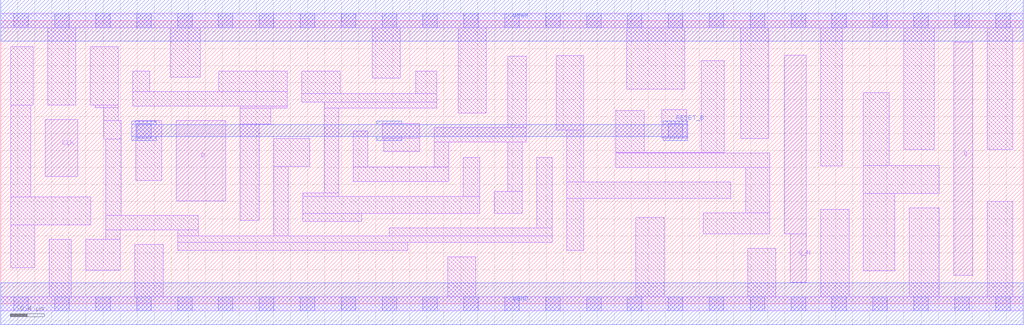
<source format=lef>
# Copyright 2020 The SkyWater PDK Authors
#
# Licensed under the Apache License, Version 2.0 (the "License");
# you may not use this file except in compliance with the License.
# You may obtain a copy of the License at
#
#     https://www.apache.org/licenses/LICENSE-2.0
#
# Unless required by applicable law or agreed to in writing, software
# distributed under the License is distributed on an "AS IS" BASIS,
# WITHOUT WARRANTIES OR CONDITIONS OF ANY KIND, either express or implied.
# See the License for the specific language governing permissions and
# limitations under the License.
#
# SPDX-License-Identifier: Apache-2.0

VERSION 5.7 ;
  NOWIREEXTENSIONATPIN ON ;
  DIVIDERCHAR "/" ;
  BUSBITCHARS "[]" ;
UNITS
  DATABASE MICRONS 200 ;
END UNITS
MACRO sky130_fd_sc_lp__dfrbp_2
  CLASS CORE ;
  FOREIGN sky130_fd_sc_lp__dfrbp_2 ;
  ORIGIN  0.000000  0.000000 ;
  SIZE  12.00000 BY  3.330000 ;
  SYMMETRY R90 ;
  SITE unit ;
  PIN D
    ANTENNAGATEAREA  0.126000 ;
    DIRECTION INPUT ;
    USE SIGNAL ;
    PORT
      LAYER li1 ;
        RECT 2.060000 1.210000 2.640000 2.155000 ;
    END
  END D
  PIN Q
    ANTENNADIFFAREA  0.588000 ;
    DIRECTION OUTPUT ;
    USE SIGNAL ;
    PORT
      LAYER li1 ;
        RECT 11.185000 0.335000 11.410000 3.075000 ;
    END
  END Q
  PIN Q_N
    ANTENNADIFFAREA  0.588000 ;
    DIRECTION OUTPUT ;
    USE SIGNAL ;
    PORT
      LAYER li1 ;
        RECT 9.195000 0.820000 9.455000 2.920000 ;
        RECT 9.265000 0.255000 9.455000 0.820000 ;
    END
  END Q_N
  PIN RESET_B
    ANTENNAGATEAREA  0.378000 ;
    DIRECTION INPUT ;
    USE SIGNAL ;
    PORT
      LAYER met1 ;
        RECT 1.535000 1.920000 1.825000 1.965000 ;
        RECT 1.535000 1.965000 8.065000 2.105000 ;
        RECT 1.535000 2.105000 1.825000 2.150000 ;
        RECT 4.415000 1.920000 4.705000 1.965000 ;
        RECT 4.415000 2.105000 4.705000 2.150000 ;
        RECT 7.775000 1.920000 8.065000 1.965000 ;
        RECT 7.775000 2.105000 8.065000 2.150000 ;
    END
  END RESET_B
  PIN CLK
    ANTENNAGATEAREA  0.159000 ;
    DIRECTION INPUT ;
    USE CLOCK ;
    PORT
      LAYER li1 ;
        RECT 0.525000 1.495000 0.905000 2.165000 ;
    END
  END CLK
  PIN VGND
    DIRECTION INOUT ;
    USE GROUND ;
    PORT
      LAYER met1 ;
        RECT 0.000000 -0.245000 12.000000 0.245000 ;
    END
  END VGND
  PIN VPWR
    DIRECTION INOUT ;
    USE POWER ;
    PORT
      LAYER met1 ;
        RECT 0.000000 3.085000 12.000000 3.575000 ;
    END
  END VPWR
  OBS
    LAYER li1 ;
      RECT  0.000000 -0.085000 12.000000 0.085000 ;
      RECT  0.000000  3.245000 12.000000 3.415000 ;
      RECT  0.120000  0.425000  0.400000 0.925000 ;
      RECT  0.120000  0.925000  1.055000 1.255000 ;
      RECT  0.120000  1.255000  0.355000 2.335000 ;
      RECT  0.120000  2.335000  0.380000 3.020000 ;
      RECT  0.550000  2.335000  0.880000 3.245000 ;
      RECT  0.570000  0.085000  0.830000 0.755000 ;
      RECT  1.000000  0.395000  1.405000 0.755000 ;
      RECT  1.050000  2.335000  1.380000 3.020000 ;
      RECT  1.110000  2.305000  1.380000 2.335000 ;
      RECT  1.210000  1.935000  1.415000 2.155000 ;
      RECT  1.210000  2.155000  1.380000 2.305000 ;
      RECT  1.235000  0.755000  1.405000 0.870000 ;
      RECT  1.235000  0.870000  2.315000 1.040000 ;
      RECT  1.235000  1.040000  1.415000 1.935000 ;
      RECT  1.550000  2.325000  3.365000 2.495000 ;
      RECT  1.550000  2.495000  1.750000 2.735000 ;
      RECT  1.575000  0.085000  1.905000 0.700000 ;
      RECT  1.585000  1.450000  1.890000 2.155000 ;
      RECT  1.990000  2.665000  2.340000 3.245000 ;
      RECT  2.075000  0.630000  4.775000 0.720000 ;
      RECT  2.075000  0.720000  6.470000 0.800000 ;
      RECT  2.075000  0.800000  2.315000 0.870000 ;
      RECT  2.560000  2.495000  3.365000 2.735000 ;
      RECT  2.810000  0.980000  3.035000 2.115000 ;
      RECT  2.810000  2.115000  3.170000 2.300000 ;
      RECT  2.810000  2.300000  3.365000 2.325000 ;
      RECT  3.205000  0.800000  3.375000 1.615000 ;
      RECT  3.205000  1.615000  3.625000 1.945000 ;
      RECT  3.535000  2.370000  5.115000 2.470000 ;
      RECT  3.535000  2.470000  3.985000 2.735000 ;
      RECT  3.545000  0.970000  4.235000 1.060000 ;
      RECT  3.545000  1.060000  5.620000 1.260000 ;
      RECT  3.545000  1.260000  3.965000 1.300000 ;
      RECT  3.795000  1.300000  3.965000 2.300000 ;
      RECT  3.795000  2.300000  5.115000 2.370000 ;
      RECT  4.135000  1.440000  5.260000 1.610000 ;
      RECT  4.135000  1.610000  4.305000 2.030000 ;
      RECT  4.360000  2.650000  4.690000 3.245000 ;
      RECT  4.475000  1.950000  4.920000 2.120000 ;
      RECT  4.495000  1.790000  4.920000 1.950000 ;
      RECT  4.560000  0.800000  6.470000 0.890000 ;
      RECT  4.870000  2.470000  5.115000 2.735000 ;
      RECT  5.090000  1.610000  5.260000 1.900000 ;
      RECT  5.090000  1.900000  6.165000 2.070000 ;
      RECT  5.245000  0.085000  5.575000 0.550000 ;
      RECT  5.370000  2.240000  5.700000 3.245000 ;
      RECT  5.430000  1.260000  5.620000 1.720000 ;
      RECT  5.790000  1.060000  6.120000 1.320000 ;
      RECT  5.950000  1.320000  6.120000 1.900000 ;
      RECT  5.950000  2.070000  6.165000 2.910000 ;
      RECT  6.290000  0.890000  6.470000 1.720000 ;
      RECT  6.520000  2.040000  6.840000 2.915000 ;
      RECT  6.640000  0.630000  6.840000 1.240000 ;
      RECT  6.640000  1.240000  8.565000 1.430000 ;
      RECT  6.640000  1.430000  6.840000 2.040000 ;
      RECT  7.220000  1.600000  9.025000 1.770000 ;
      RECT  7.220000  1.770000  8.490000 1.780000 ;
      RECT  7.220000  1.780000  7.550000 2.270000 ;
      RECT  7.345000  2.525000  8.025000 3.245000 ;
      RECT  7.455000  0.085000  7.785000 1.015000 ;
      RECT  7.760000  1.950000  8.050000 2.280000 ;
      RECT  8.220000  1.780000  8.490000 2.855000 ;
      RECT  8.245000  0.820000  9.025000 1.070000 ;
      RECT  8.685000  1.940000  9.015000 3.245000 ;
      RECT  8.745000  1.070000  9.025000 1.600000 ;
      RECT  8.765000  0.085000  9.095000 0.650000 ;
      RECT  9.625000  0.085000  9.955000 1.110000 ;
      RECT  9.625000  1.620000  9.875000 3.245000 ;
      RECT 10.125000  0.385000 10.490000 1.295000 ;
      RECT 10.125000  1.295000 11.015000 1.625000 ;
      RECT 10.125000  1.625000 10.430000 2.485000 ;
      RECT 10.600000  1.815000 10.955000 3.245000 ;
      RECT 10.660000  0.085000 11.015000 1.125000 ;
      RECT 11.580000  0.085000 11.875000 1.205000 ;
      RECT 11.580000  1.815000 11.875000 3.245000 ;
    LAYER mcon ;
      RECT  0.155000 -0.085000  0.325000 0.085000 ;
      RECT  0.155000  3.245000  0.325000 3.415000 ;
      RECT  0.635000 -0.085000  0.805000 0.085000 ;
      RECT  0.635000  3.245000  0.805000 3.415000 ;
      RECT  1.115000 -0.085000  1.285000 0.085000 ;
      RECT  1.115000  3.245000  1.285000 3.415000 ;
      RECT  1.595000 -0.085000  1.765000 0.085000 ;
      RECT  1.595000  1.950000  1.765000 2.120000 ;
      RECT  1.595000  3.245000  1.765000 3.415000 ;
      RECT  2.075000 -0.085000  2.245000 0.085000 ;
      RECT  2.075000  3.245000  2.245000 3.415000 ;
      RECT  2.555000 -0.085000  2.725000 0.085000 ;
      RECT  2.555000  3.245000  2.725000 3.415000 ;
      RECT  3.035000 -0.085000  3.205000 0.085000 ;
      RECT  3.035000  3.245000  3.205000 3.415000 ;
      RECT  3.515000 -0.085000  3.685000 0.085000 ;
      RECT  3.515000  3.245000  3.685000 3.415000 ;
      RECT  3.995000 -0.085000  4.165000 0.085000 ;
      RECT  3.995000  3.245000  4.165000 3.415000 ;
      RECT  4.475000 -0.085000  4.645000 0.085000 ;
      RECT  4.475000  3.245000  4.645000 3.415000 ;
      RECT  4.955000 -0.085000  5.125000 0.085000 ;
      RECT  4.955000  3.245000  5.125000 3.415000 ;
      RECT  5.435000 -0.085000  5.605000 0.085000 ;
      RECT  5.435000  3.245000  5.605000 3.415000 ;
      RECT  5.915000 -0.085000  6.085000 0.085000 ;
      RECT  5.915000  3.245000  6.085000 3.415000 ;
      RECT  6.395000 -0.085000  6.565000 0.085000 ;
      RECT  6.395000  3.245000  6.565000 3.415000 ;
      RECT  6.875000 -0.085000  7.045000 0.085000 ;
      RECT  6.875000  3.245000  7.045000 3.415000 ;
      RECT  7.355000 -0.085000  7.525000 0.085000 ;
      RECT  7.355000  3.245000  7.525000 3.415000 ;
      RECT  7.835000 -0.085000  8.005000 0.085000 ;
      RECT  7.835000  1.950000  8.005000 2.120000 ;
      RECT  7.835000  3.245000  8.005000 3.415000 ;
      RECT  8.315000 -0.085000  8.485000 0.085000 ;
      RECT  8.315000  3.245000  8.485000 3.415000 ;
      RECT  8.795000 -0.085000  8.965000 0.085000 ;
      RECT  8.795000  3.245000  8.965000 3.415000 ;
      RECT  9.275000 -0.085000  9.445000 0.085000 ;
      RECT  9.275000  3.245000  9.445000 3.415000 ;
      RECT  9.755000 -0.085000  9.925000 0.085000 ;
      RECT  9.755000  3.245000  9.925000 3.415000 ;
      RECT 10.235000 -0.085000 10.405000 0.085000 ;
      RECT 10.235000  3.245000 10.405000 3.415000 ;
      RECT 10.715000 -0.085000 10.885000 0.085000 ;
      RECT 10.715000  3.245000 10.885000 3.415000 ;
      RECT 11.195000 -0.085000 11.365000 0.085000 ;
      RECT 11.195000  3.245000 11.365000 3.415000 ;
      RECT 11.675000 -0.085000 11.845000 0.085000 ;
      RECT 11.675000  3.245000 11.845000 3.415000 ;
  END
END sky130_fd_sc_lp__dfrbp_2
END LIBRARY

</source>
